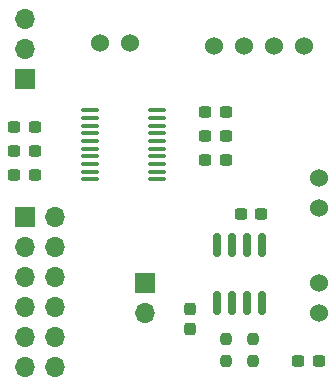
<source format=gbr>
%TF.GenerationSoftware,KiCad,Pcbnew,8.0.5*%
%TF.CreationDate,2024-10-31T22:43:36-05:00*%
%TF.ProjectId,STM_Breakout,53544d5f-4272-4656-916b-6f75742e6b69,rev?*%
%TF.SameCoordinates,Original*%
%TF.FileFunction,Soldermask,Top*%
%TF.FilePolarity,Negative*%
%FSLAX46Y46*%
G04 Gerber Fmt 4.6, Leading zero omitted, Abs format (unit mm)*
G04 Created by KiCad (PCBNEW 8.0.5) date 2024-10-31 22:43:36*
%MOMM*%
%LPD*%
G01*
G04 APERTURE LIST*
G04 Aperture macros list*
%AMRoundRect*
0 Rectangle with rounded corners*
0 $1 Rounding radius*
0 $2 $3 $4 $5 $6 $7 $8 $9 X,Y pos of 4 corners*
0 Add a 4 corners polygon primitive as box body*
4,1,4,$2,$3,$4,$5,$6,$7,$8,$9,$2,$3,0*
0 Add four circle primitives for the rounded corners*
1,1,$1+$1,$2,$3*
1,1,$1+$1,$4,$5*
1,1,$1+$1,$6,$7*
1,1,$1+$1,$8,$9*
0 Add four rect primitives between the rounded corners*
20,1,$1+$1,$2,$3,$4,$5,0*
20,1,$1+$1,$4,$5,$6,$7,0*
20,1,$1+$1,$6,$7,$8,$9,0*
20,1,$1+$1,$8,$9,$2,$3,0*%
G04 Aperture macros list end*
%ADD10RoundRect,0.237500X-0.237500X0.250000X-0.237500X-0.250000X0.237500X-0.250000X0.237500X0.250000X0*%
%ADD11C,1.524000*%
%ADD12RoundRect,0.237500X0.237500X-0.250000X0.237500X0.250000X-0.237500X0.250000X-0.237500X-0.250000X0*%
%ADD13RoundRect,0.237500X0.237500X-0.300000X0.237500X0.300000X-0.237500X0.300000X-0.237500X-0.300000X0*%
%ADD14RoundRect,0.237500X-0.300000X-0.237500X0.300000X-0.237500X0.300000X0.237500X-0.300000X0.237500X0*%
%ADD15R,1.700000X1.700000*%
%ADD16O,1.700000X1.700000*%
%ADD17RoundRect,0.237500X0.300000X0.237500X-0.300000X0.237500X-0.300000X-0.237500X0.300000X-0.237500X0*%
%ADD18RoundRect,0.100000X-0.637500X-0.100000X0.637500X-0.100000X0.637500X0.100000X-0.637500X0.100000X0*%
%ADD19RoundRect,0.150000X-0.150000X0.825000X-0.150000X-0.825000X0.150000X-0.825000X0.150000X0.825000X0*%
G04 APERTURE END LIST*
D10*
%TO.C,R1*%
X89662000Y-74629000D03*
X89662000Y-76454000D03*
%TD*%
D11*
%TO.C,Conn4*%
X95250000Y-69850000D03*
X95250000Y-72390000D03*
%TD*%
D12*
%TO.C,R2*%
X87376000Y-76454000D03*
X87376000Y-74629000D03*
%TD*%
D13*
%TO.C,C2*%
X84328000Y-73760500D03*
X84328000Y-72035500D03*
%TD*%
D14*
%TO.C,C3*%
X93525000Y-76454000D03*
X95250000Y-76454000D03*
%TD*%
D15*
%TO.C,JP2*%
X80518000Y-69850000D03*
D16*
X80518000Y-72390000D03*
%TD*%
D17*
%TO.C,C9*%
X71220500Y-56642000D03*
X69495500Y-56642000D03*
%TD*%
D18*
%TO.C,U1*%
X75877500Y-55241000D03*
X75877500Y-55891000D03*
X75877500Y-56541000D03*
X75877500Y-57191000D03*
X75877500Y-57841000D03*
X75877500Y-58491000D03*
X75877500Y-59141000D03*
X75877500Y-59791000D03*
X75877500Y-60441000D03*
X75877500Y-61091000D03*
X81602500Y-61091000D03*
X81602500Y-60441000D03*
X81602500Y-59791000D03*
X81602500Y-59141000D03*
X81602500Y-58491000D03*
X81602500Y-57841000D03*
X81602500Y-57191000D03*
X81602500Y-56541000D03*
X81602500Y-55891000D03*
X81602500Y-55241000D03*
%TD*%
D14*
%TO.C,C5*%
X85651000Y-57404000D03*
X87376000Y-57404000D03*
%TD*%
D11*
%TO.C,Conn2*%
X76708000Y-49530000D03*
X79248000Y-49530000D03*
%TD*%
D19*
%TO.C,U2*%
X90450500Y-66613000D03*
X89180500Y-66613000D03*
X87910500Y-66613000D03*
X86640500Y-66613000D03*
X86640500Y-71563000D03*
X87910500Y-71563000D03*
X89180500Y-71563000D03*
X90450500Y-71563000D03*
%TD*%
D15*
%TO.C,JP1*%
X70358000Y-52563000D03*
D16*
X70358000Y-50023000D03*
X70358000Y-47483000D03*
%TD*%
D15*
%TO.C,J1*%
X70358000Y-64262000D03*
D16*
X72898000Y-64262000D03*
X70358000Y-66802000D03*
X72898000Y-66802000D03*
X70358000Y-69342000D03*
X72898000Y-69342000D03*
X70358000Y-71882000D03*
X72898000Y-71882000D03*
X70358000Y-74422000D03*
X72898000Y-74422000D03*
X70358000Y-76962000D03*
X72898000Y-76962000D03*
%TD*%
D17*
%TO.C,C8*%
X71220500Y-58674000D03*
X69495500Y-58674000D03*
%TD*%
D14*
%TO.C,C6*%
X85651000Y-59436000D03*
X87376000Y-59436000D03*
%TD*%
%TO.C,C1*%
X88646000Y-64008000D03*
X90371000Y-64008000D03*
%TD*%
D17*
%TO.C,C7*%
X71220500Y-60706000D03*
X69495500Y-60706000D03*
%TD*%
D11*
%TO.C,Conn1*%
X86360000Y-49784000D03*
X88900000Y-49784000D03*
X91440000Y-49784000D03*
X93980000Y-49784000D03*
X93980000Y-49784000D03*
%TD*%
%TO.C,Conn3*%
X95250000Y-60960000D03*
X95250000Y-63500000D03*
%TD*%
D14*
%TO.C,C4*%
X85651000Y-55372000D03*
X87376000Y-55372000D03*
%TD*%
M02*

</source>
